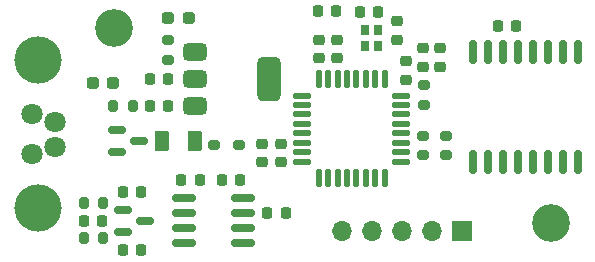
<source format=gts>
G04 #@! TF.GenerationSoftware,KiCad,Pcbnew,8.0.8*
G04 #@! TF.CreationDate,2025-02-03T14:10:50+01:00*
G04 #@! TF.ProjectId,ASS,4153532e-6b69-4636-9164-5f7063625858,rev?*
G04 #@! TF.SameCoordinates,PX5f5e100PY4c4b400*
G04 #@! TF.FileFunction,Soldermask,Top*
G04 #@! TF.FilePolarity,Negative*
%FSLAX46Y46*%
G04 Gerber Fmt 4.6, Leading zero omitted, Abs format (unit mm)*
G04 Created by KiCad (PCBNEW 8.0.8) date 2025-02-03 14:10:50*
%MOMM*%
%LPD*%
G01*
G04 APERTURE LIST*
G04 Aperture macros list*
%AMRoundRect*
0 Rectangle with rounded corners*
0 $1 Rounding radius*
0 $2 $3 $4 $5 $6 $7 $8 $9 X,Y pos of 4 corners*
0 Add a 4 corners polygon primitive as box body*
4,1,4,$2,$3,$4,$5,$6,$7,$8,$9,$2,$3,0*
0 Add four circle primitives for the rounded corners*
1,1,$1+$1,$2,$3*
1,1,$1+$1,$4,$5*
1,1,$1+$1,$6,$7*
1,1,$1+$1,$8,$9*
0 Add four rect primitives between the rounded corners*
20,1,$1+$1,$2,$3,$4,$5,0*
20,1,$1+$1,$4,$5,$6,$7,0*
20,1,$1+$1,$6,$7,$8,$9,0*
20,1,$1+$1,$8,$9,$2,$3,0*%
G04 Aperture macros list end*
%ADD10R,0.800000X0.900000*%
%ADD11RoundRect,0.150000X-0.587500X-0.150000X0.587500X-0.150000X0.587500X0.150000X-0.587500X0.150000X0*%
%ADD12RoundRect,0.200000X0.275000X-0.200000X0.275000X0.200000X-0.275000X0.200000X-0.275000X-0.200000X0*%
%ADD13RoundRect,0.225000X0.250000X-0.225000X0.250000X0.225000X-0.250000X0.225000X-0.250000X-0.225000X0*%
%ADD14RoundRect,0.225000X0.225000X0.250000X-0.225000X0.250000X-0.225000X-0.250000X0.225000X-0.250000X0*%
%ADD15RoundRect,0.237500X-0.287500X-0.237500X0.287500X-0.237500X0.287500X0.237500X-0.287500X0.237500X0*%
%ADD16RoundRect,0.225000X-0.225000X-0.250000X0.225000X-0.250000X0.225000X0.250000X-0.225000X0.250000X0*%
%ADD17RoundRect,0.250000X-0.375000X-0.625000X0.375000X-0.625000X0.375000X0.625000X-0.375000X0.625000X0*%
%ADD18RoundRect,0.200000X0.200000X0.275000X-0.200000X0.275000X-0.200000X-0.275000X0.200000X-0.275000X0*%
%ADD19C,3.200000*%
%ADD20RoundRect,0.200000X-0.275000X-0.200000X0.275000X-0.200000X0.275000X0.200000X-0.275000X0.200000X0*%
%ADD21C,1.800000*%
%ADD22C,4.000000*%
%ADD23RoundRect,0.150000X0.825000X0.150000X-0.825000X0.150000X-0.825000X-0.150000X0.825000X-0.150000X0*%
%ADD24RoundRect,0.237500X0.287500X0.237500X-0.287500X0.237500X-0.287500X-0.237500X0.287500X-0.237500X0*%
%ADD25RoundRect,0.200000X-0.200000X-0.275000X0.200000X-0.275000X0.200000X0.275000X-0.200000X0.275000X0*%
%ADD26RoundRect,0.375000X-0.625000X-0.375000X0.625000X-0.375000X0.625000X0.375000X-0.625000X0.375000X0*%
%ADD27RoundRect,0.500000X-0.500000X-1.400000X0.500000X-1.400000X0.500000X1.400000X-0.500000X1.400000X0*%
%ADD28RoundRect,0.150000X-0.150000X0.875000X-0.150000X-0.875000X0.150000X-0.875000X0.150000X0.875000X0*%
%ADD29RoundRect,0.225000X-0.250000X0.225000X-0.250000X-0.225000X0.250000X-0.225000X0.250000X0.225000X0*%
%ADD30R,1.700000X1.700000*%
%ADD31O,1.700000X1.700000*%
%ADD32RoundRect,0.125000X-0.125000X0.625000X-0.125000X-0.625000X0.125000X-0.625000X0.125000X0.625000X0*%
%ADD33RoundRect,0.125000X-0.625000X0.125000X-0.625000X-0.125000X0.625000X-0.125000X0.625000X0.125000X0*%
G04 APERTURE END LIST*
D10*
X33227500Y20340000D03*
X33227500Y18940000D03*
X34327500Y18940000D03*
X34327500Y20340000D03*
D11*
X12212500Y9962500D03*
X14087500Y10912500D03*
X12212500Y11862500D03*
D12*
X38140000Y9695000D03*
X38140000Y11345000D03*
D13*
X36687500Y16125000D03*
X36687500Y17675000D03*
D14*
X22670000Y7600000D03*
X21120000Y7600000D03*
D13*
X39620000Y17225000D03*
X39620000Y18775000D03*
X24557500Y9120000D03*
X24557500Y10670000D03*
D14*
X16590000Y13860000D03*
X15040000Y13860000D03*
D12*
X16580000Y17800000D03*
X16580000Y19450000D03*
D15*
X10175000Y15850000D03*
X11925000Y15850000D03*
D16*
X24967500Y4800000D03*
X26517500Y4800000D03*
D12*
X40060000Y9695000D03*
X40060000Y11345000D03*
D14*
X14292500Y1680948D03*
X12742500Y1680948D03*
X16600000Y16150000D03*
X15050000Y16150000D03*
D17*
X16060000Y10932500D03*
X18860000Y10932500D03*
D13*
X29367500Y17940000D03*
X29367500Y19490000D03*
D18*
X11085000Y2670000D03*
X9435000Y2670000D03*
D19*
X12000000Y20500000D03*
D16*
X12762500Y6620948D03*
X14312500Y6620948D03*
X29245000Y21890000D03*
X30795000Y21890000D03*
D13*
X30867500Y17940000D03*
X30867500Y19490000D03*
D20*
X20450000Y10580000D03*
X22550000Y10580000D03*
D21*
X5040000Y9790000D03*
X6990000Y10415000D03*
X5040000Y13190000D03*
X6990000Y12565000D03*
D22*
X5540000Y17740000D03*
X5540000Y5240000D03*
D23*
X22907500Y2259052D03*
X22907500Y3529052D03*
X22907500Y4799052D03*
X22907500Y6069052D03*
X17957500Y6069052D03*
X17957500Y4799052D03*
X17957500Y3529052D03*
X17957500Y2259052D03*
D16*
X32787500Y21850000D03*
X34337500Y21850000D03*
D24*
X18325000Y21330000D03*
X16575000Y21330000D03*
D25*
X9432500Y5650948D03*
X11082500Y5650948D03*
D16*
X17695000Y7620000D03*
X19245000Y7620000D03*
D18*
X13575000Y13850000D03*
X11925000Y13850000D03*
D26*
X18830000Y18460000D03*
X18830000Y16160000D03*
D27*
X25130000Y16160000D03*
D26*
X18830000Y13860000D03*
D28*
X51255000Y18470000D03*
X49985000Y18470000D03*
X48715000Y18470000D03*
X47445000Y18470000D03*
X46175000Y18470000D03*
X44905000Y18470000D03*
X43635000Y18470000D03*
X42365000Y18470000D03*
X42365000Y9170000D03*
X43635000Y9170000D03*
X44905000Y9170000D03*
X46175000Y9170000D03*
X47445000Y9170000D03*
X48715000Y9170000D03*
X49985000Y9170000D03*
X51255000Y9170000D03*
D29*
X35927500Y21040000D03*
X35927500Y19490000D03*
D14*
X46050000Y20647500D03*
X44500000Y20647500D03*
D11*
X12745000Y5100000D03*
X12745000Y3200000D03*
X14620000Y4150000D03*
D12*
X38200000Y13975000D03*
X38200000Y15625000D03*
D13*
X26090000Y9140000D03*
X26090000Y10690000D03*
X38150000Y17225000D03*
X38150000Y18775000D03*
D30*
X41437500Y3260000D03*
D31*
X38897500Y3260000D03*
X36357500Y3260000D03*
X33817500Y3260000D03*
X31277500Y3260000D03*
D14*
X10995000Y4150000D03*
X9445000Y4150000D03*
D32*
X34917500Y16145000D03*
X34117500Y16145000D03*
X33317500Y16145000D03*
X32517500Y16145000D03*
X31717500Y16145000D03*
X30917500Y16145000D03*
X30117500Y16145000D03*
X29317500Y16145000D03*
D33*
X27942500Y14770000D03*
X27942500Y13970000D03*
X27942500Y13170000D03*
X27942500Y12370000D03*
X27942500Y11570000D03*
X27942500Y10770000D03*
X27942500Y9970000D03*
X27942500Y9170000D03*
D32*
X29317500Y7795000D03*
X30117500Y7795000D03*
X30917500Y7795000D03*
X31717500Y7795000D03*
X32517500Y7795000D03*
X33317500Y7795000D03*
X34117500Y7795000D03*
X34917500Y7795000D03*
D33*
X36292500Y9170000D03*
X36292500Y9970000D03*
X36292500Y10770000D03*
X36292500Y11570000D03*
X36292500Y12370000D03*
X36292500Y13170000D03*
X36292500Y13970000D03*
X36292500Y14770000D03*
D19*
X49000000Y4000000D03*
M02*

</source>
